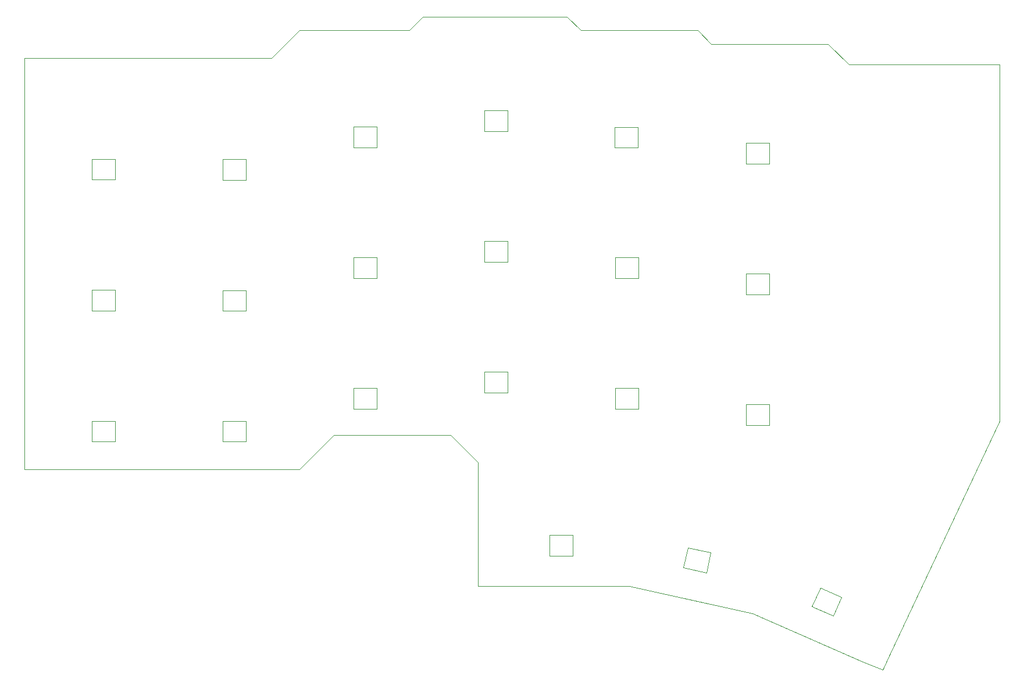
<source format=gbr>
%TF.GenerationSoftware,KiCad,Pcbnew,8.0.8*%
%TF.CreationDate,2025-03-11T20:04:01-04:00*%
%TF.ProjectId,Keyboard,4b657962-6f61-4726-942e-6b696361645f,rev?*%
%TF.SameCoordinates,Original*%
%TF.FileFunction,Profile,NP*%
%FSLAX46Y46*%
G04 Gerber Fmt 4.6, Leading zero omitted, Abs format (unit mm)*
G04 Created by KiCad (PCBNEW 8.0.8) date 2025-03-11 20:04:01*
%MOMM*%
%LPD*%
G01*
G04 APERTURE LIST*
%TA.AperFunction,Profile*%
%ADD10C,0.050000*%
%TD*%
%TA.AperFunction,Profile*%
%ADD11C,0.120000*%
%TD*%
G04 APERTURE END LIST*
D10*
X162750000Y-235840000D02*
X184750000Y-235840000D01*
X221750000Y-247840000D02*
X221670000Y-248000000D01*
X136750000Y-154840000D02*
X132750000Y-158840000D01*
X222750000Y-245840000D02*
X238750000Y-211840000D01*
X175750000Y-152840000D02*
X154750000Y-152840000D01*
X152750000Y-154840000D02*
X136750000Y-154840000D01*
X96750000Y-218840000D02*
X136750000Y-218840000D01*
X132750000Y-158840000D02*
X96750000Y-158840000D01*
X184750000Y-235840000D02*
X202750000Y-239840000D01*
X238750000Y-159840000D02*
X216750000Y-159840000D01*
X202750000Y-239840000D02*
X218750000Y-246840000D01*
X136750000Y-218840000D02*
X141750000Y-213840000D01*
X216750000Y-159840000D02*
X213750000Y-156840000D01*
X178750000Y-154840000D02*
X177750000Y-154840000D01*
X141750000Y-213840000D02*
X158750000Y-213840000D01*
X158750000Y-213840000D02*
X162750000Y-217840000D01*
X154750000Y-152840000D02*
X152750000Y-154840000D01*
X194750000Y-154840000D02*
X178750000Y-154840000D01*
X96750000Y-158840000D02*
X96750000Y-218840000D01*
X177750000Y-154840000D02*
X175750000Y-152840000D01*
X222750000Y-245840000D02*
X221750000Y-247840000D01*
X196750000Y-156840000D02*
X194750000Y-154840000D01*
X218750000Y-246840000D02*
X221670000Y-248000000D01*
X162750000Y-217840000D02*
X162750000Y-235840000D01*
X197750000Y-156840000D02*
X196750000Y-156840000D01*
X213750000Y-156840000D02*
X197750000Y-156840000D01*
X238750000Y-211840000D02*
X238750000Y-159840000D01*
D11*
%TO.C,D66*%
X205175000Y-212375000D02*
X201775000Y-212375000D01*
X201775000Y-212375000D02*
X201775000Y-209375000D01*
X205175000Y-209375000D02*
X205175000Y-212375000D01*
X201775000Y-209375000D02*
X205175000Y-209375000D01*
%TO.C,D79*%
X128975000Y-176619000D02*
X125575000Y-176619000D01*
X125575000Y-176619000D02*
X125575000Y-173619000D01*
X128975000Y-173619000D02*
X128975000Y-176619000D01*
X125575000Y-173619000D02*
X128975000Y-173619000D01*
%TO.C,D74*%
X167075000Y-207613000D02*
X163675000Y-207613000D01*
X163675000Y-207613000D02*
X163675000Y-204613000D01*
X167075000Y-204613000D02*
X167075000Y-207613000D01*
X163675000Y-204613000D02*
X167075000Y-204613000D01*
%TO.C,D76*%
X148025000Y-171882000D02*
X144625000Y-171882000D01*
X144625000Y-171882000D02*
X144625000Y-168882000D01*
X148025000Y-168882000D02*
X148025000Y-171882000D01*
X144625000Y-168882000D02*
X148025000Y-168882000D01*
%TO.C,D65*%
X205175000Y-193325000D02*
X201775000Y-193325000D01*
X201775000Y-193325000D02*
X201775000Y-190325000D01*
X205175000Y-190325000D02*
X205175000Y-193325000D01*
X201775000Y-190325000D02*
X205175000Y-190325000D01*
%TO.C,D73*%
X167075000Y-188563000D02*
X163675000Y-188563000D01*
X163675000Y-188563000D02*
X163675000Y-185563000D01*
X167075000Y-185563000D02*
X167075000Y-188563000D01*
X163675000Y-185563000D02*
X167075000Y-185563000D01*
%TO.C,D68*%
X186075000Y-171920000D02*
X182675000Y-171920000D01*
X182675000Y-171920000D02*
X182675000Y-168920000D01*
X186075000Y-168920000D02*
X186075000Y-171920000D01*
X182675000Y-168920000D02*
X186075000Y-168920000D01*
%TO.C,D70*%
X186125000Y-209994000D02*
X182725000Y-209994000D01*
X182725000Y-209994000D02*
X182725000Y-206994000D01*
X186125000Y-206994000D02*
X186125000Y-209994000D01*
X182725000Y-206994000D02*
X186125000Y-206994000D01*
%TO.C,D82*%
X109925000Y-176606000D02*
X106525000Y-176606000D01*
X106525000Y-176606000D02*
X106525000Y-173606000D01*
X109925000Y-173606000D02*
X109925000Y-176606000D01*
X106525000Y-173606000D02*
X109925000Y-173606000D01*
%TO.C,D72*%
X167075000Y-169513000D02*
X163675000Y-169513000D01*
X163675000Y-169513000D02*
X163675000Y-166513000D01*
X167075000Y-166513000D02*
X167075000Y-169513000D01*
X163675000Y-166513000D02*
X167075000Y-166513000D01*
%TO.C,D67*%
X214495604Y-240176470D02*
X211386636Y-238800128D01*
X211386636Y-238800128D02*
X212601056Y-236056920D01*
X215710024Y-237433262D02*
X214495604Y-240176470D01*
X212601056Y-236056920D02*
X215710024Y-237433262D01*
%TO.C,D80*%
X128975000Y-195707000D02*
X125575000Y-195707000D01*
X125575000Y-195707000D02*
X125575000Y-192707000D01*
X128975000Y-192707000D02*
X128975000Y-195707000D01*
X125575000Y-192707000D02*
X128975000Y-192707000D01*
%TO.C,D64*%
X205175000Y-174250000D02*
X201775000Y-174250000D01*
X201775000Y-174250000D02*
X201775000Y-171250000D01*
X205175000Y-171250000D02*
X205175000Y-174250000D01*
X201775000Y-171250000D02*
X205175000Y-171250000D01*
%TO.C,D84*%
X109925000Y-214781000D02*
X106525000Y-214781000D01*
X106525000Y-214781000D02*
X106525000Y-211781000D01*
X109925000Y-211781000D02*
X109925000Y-214781000D01*
X106525000Y-211781000D02*
X109925000Y-211781000D01*
%TO.C,D75*%
X176600000Y-231425000D02*
X173200000Y-231425000D01*
X173200000Y-231425000D02*
X173200000Y-228425000D01*
X176600000Y-228425000D02*
X176600000Y-231425000D01*
X173200000Y-228425000D02*
X176600000Y-228425000D01*
%TO.C,D83*%
X109925000Y-195701000D02*
X106525000Y-195701000D01*
X106525000Y-195701000D02*
X106525000Y-192701000D01*
X109925000Y-192701000D02*
X109925000Y-195701000D01*
X106525000Y-192701000D02*
X109925000Y-192701000D01*
%TO.C,D77*%
X148025000Y-190944000D02*
X144625000Y-190944000D01*
X144625000Y-190944000D02*
X144625000Y-187944000D01*
X148025000Y-187944000D02*
X148025000Y-190944000D01*
X144625000Y-187944000D02*
X148025000Y-187944000D01*
%TO.C,D81*%
X128975000Y-214757000D02*
X125575000Y-214757000D01*
X125575000Y-214757000D02*
X125575000Y-211757000D01*
X128975000Y-211757000D02*
X128975000Y-214757000D01*
X125575000Y-211757000D02*
X128975000Y-211757000D01*
%TO.C,D78*%
X148025000Y-209994000D02*
X144625000Y-209994000D01*
X144625000Y-209994000D02*
X144625000Y-206994000D01*
X148025000Y-206994000D02*
X148025000Y-209994000D01*
X144625000Y-206994000D02*
X148025000Y-206994000D01*
%TO.C,D71*%
X196007953Y-233860521D02*
X192681488Y-233157221D01*
X192681488Y-233157221D02*
X193302047Y-230222105D01*
X196628512Y-230925405D02*
X196007953Y-233860521D01*
X193302047Y-230222105D02*
X196628512Y-230925405D01*
%TO.C,D69*%
X186125000Y-190944000D02*
X182725000Y-190944000D01*
X182725000Y-190944000D02*
X182725000Y-187944000D01*
X186125000Y-187944000D02*
X186125000Y-190944000D01*
X182725000Y-187944000D02*
X186125000Y-187944000D01*
%TD*%
M02*

</source>
